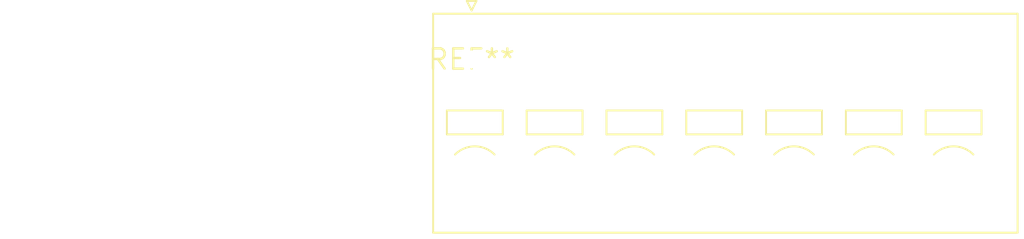
<source format=kicad_pcb>
(kicad_pcb (version 20240108) (generator pcbnew)
  (layers (0 "F.Cu" signal) (31 "B.Cu" signal) (34 "B.Paste" user) (35 "F.Paste" user) (36 "B.SilkS" user "B.Silkscreen") (37 "F.SilkS" user "F.Silkscreen") (38 "B.Mask" user) (39 "F.Mask" user) (44 "Edge.Cuts" user))
  (net 0 "")
  (footprint "PhoenixContact_SPT_2.5_7-V-5.0-EX_1x07_P5.0mm_Vertical" (layer "F.Cu") (at 0 0)
    (property "Reference" "REF**")
    (property "Value" "PhoenixContact_SPT_2.5_7-V-5.0-EX_1x07_P5.0mm_Vertical")
    (fp_line (start -2.41 -2.86) (end 34.21 -2.86) (layer "F.SilkS") (stroke (width 0.12)))
    (fp_line (start -2.41 10.86) (end -2.41 -2.86) (layer "F.SilkS") (stroke (width 0.12)))
    (fp_line (start -1.55 3.2) (end -1.55 4.7) (layer "F.SilkS") (stroke (width 0.12)))
    (fp_line (start -1.55 4.7) (end 1.95 4.7) (layer "F.SilkS") (stroke (width 0.12)))
    (fp_line (start -0.3 -3.66) (end 0 -3.06) (layer "F.SilkS") (stroke (width 0.12)))
    (fp_line (start -0.3 -3.66) (end 0.3 -3.66) (layer "F.SilkS") (stroke (width 0.12)))
    (fp_line (start 0.3 -3.66) (end 0 -3.06) (layer "F.SilkS") (stroke (width 0.12)))
    (fp_line (start 1.95 3.2) (end -1.55 3.2) (layer "F.SilkS") (stroke (width 0.12)))
    (fp_line (start 1.95 4.7) (end 1.95 3.2) (layer "F.SilkS") (stroke (width 0.12)))
    (fp_line (start 3.45 3.2) (end 3.45 4.7) (layer "F.SilkS") (stroke (width 0.12)))
    (fp_line (start 3.45 4.7) (end 6.95 4.7) (layer "F.SilkS") (stroke (width 0.12)))
    (fp_line (start 6.95 3.2) (end 3.45 3.2) (layer "F.SilkS") (stroke (width 0.12)))
    (fp_line (start 6.95 4.7) (end 6.95 3.2) (layer "F.SilkS") (stroke (width 0.12)))
    (fp_line (start 8.45 3.2) (end 8.45 4.7) (layer "F.SilkS") (stroke (width 0.12)))
    (fp_line (start 8.45 4.7) (end 11.95 4.7) (layer "F.SilkS") (stroke (width 0.12)))
    (fp_line (start 11.95 3.2) (end 8.45 3.2) (layer "F.SilkS") (stroke (width 0.12)))
    (fp_line (start 11.95 4.7) (end 11.95 3.2) (layer "F.SilkS") (stroke (width 0.12)))
    (fp_line (start 13.45 3.2) (end 13.45 4.7) (layer "F.SilkS") (stroke (width 0.12)))
    (fp_line (start 13.45 4.7) (end 16.95 4.7) (layer "F.SilkS") (stroke (width 0.12)))
    (fp_line (start 16.95 3.2) (end 13.45 3.2) (layer "F.SilkS") (stroke (width 0.12)))
    (fp_line (start 16.95 4.7) (end 16.95 3.2) (layer "F.SilkS") (stroke (width 0.12)))
    (fp_line (start 18.45 3.2) (end 18.45 4.7) (layer "F.SilkS") (stroke (width 0.12)))
    (fp_line (start 18.45 4.7) (end 21.95 4.7) (layer "F.SilkS") (stroke (width 0.12)))
    (fp_line (start 21.95 3.2) (end 18.45 3.2) (layer "F.SilkS") (stroke (width 0.12)))
    (fp_line (start 21.95 4.7) (end 21.95 3.2) (layer "F.SilkS") (stroke (width 0.12)))
    (fp_line (start 23.45 3.2) (end 23.45 4.7) (layer "F.SilkS") (stroke (width 0.12)))
    (fp_line (start 23.45 4.7) (end 26.95 4.7) (layer "F.SilkS") (stroke (width 0.12)))
    (fp_line (start 26.95 3.2) (end 23.45 3.2) (layer "F.SilkS") (stroke (width 0.12)))
    (fp_line (start 26.95 4.7) (end 26.95 3.2) (layer "F.SilkS") (stroke (width 0.12)))
    (fp_line (start 28.45 3.2) (end 28.45 4.7) (layer "F.SilkS") (stroke (width 0.12)))
    (fp_line (start 28.45 4.7) (end 31.95 4.7) (layer "F.SilkS") (stroke (width 0.12)))
    (fp_line (start 31.95 3.2) (end 28.45 3.2) (layer "F.SilkS") (stroke (width 0.12)))
    (fp_line (start 31.95 4.7) (end 31.95 3.2) (layer "F.SilkS") (stroke (width 0.12)))
    (fp_line (start 34.21 -2.86) (end 34.21 10.86) (layer "F.SilkS") (stroke (width 0.12)))
    (fp_line (start 34.21 10.86) (end -2.41 10.86) (layer "F.SilkS") (stroke (width 0.12)))
    (fp_arc (start -1.037437 5.962563) (mid 0.2 5.45) (end 1.437437 5.962563) (layer "F.SilkS") (stroke (width 0.12)))
    (fp_arc (start 3.962563 5.962563) (mid 5.2 5.45) (end 6.437437 5.962563) (layer "F.SilkS") (stroke (width 0.12)))
    (fp_arc (start 8.962563 5.962563) (mid 10.2 5.45) (end 11.437437 5.962563) (layer "F.SilkS") (stroke (width 0.12)))
    (fp_arc (start 13.962563 5.962563) (mid 15.2 5.45) (end 16.437437 5.962563) (layer "F.SilkS") (stroke (width 0.12)))
    (fp_arc (start 18.962563 5.962563) (mid 20.2 5.45) (end 21.437437 5.962563) (layer "F.SilkS") (stroke (width 0.12)))
    (fp_arc (start 23.962563 5.962563) (mid 25.2 5.45) (end 26.437437 5.962563) (layer "F.SilkS") (stroke (width 0.12)))
    (fp_arc (start 28.962563 5.962563) (mid 30.2 5.45) (end 31.437437 5.962563) (layer "F.SilkS") (stroke (width 0.12)))
    (pad "1" thru_hole roundrect (at 0 0) (size 1.8 3.3) (drill 1.1) (layers *.Cu *.Mask) (remove_unused_layers) (roundrect_rratio 0.138889))
    (pad "1" thru_hole roundrect (at 0 8.2) (size 1.8 3.3) (drill 1.1) (layers *.Cu *.Mask) (remove_unused_layers) (roundrect_rratio 0.138889))
    (pad "2" thru_hole oval (at 5 0) (size 1.8 3.3) (drill 1.1) (layers *.Cu *.Mask) (remove_unused_layers))
    (pad "2" thru_hole oval (at 5 8.2) (size 1.8 3.3) (drill 1.1) (layers *.Cu *.Mask) (remove_unused_layers))
    (pad "3" thru_hole oval (at 10 0) (size 1.8 3.3) (drill 1.1) (layers *.Cu *.Mask) (remove_unused_layers))
    (pad "3" thru_hole oval (at 10 8.2) (size 1.8 3.3) (drill 1.1) (layers *.Cu *.Mask) (remove_unused_layers))
    (pad "4" thru_hole oval (at 15 0) (size 1.8 3.3) (drill 1.1) (layers *.Cu *.Mask) (remove_unused_layers))
    (pad "4" thru_hole oval (at 15 8.2) (size 1.8 3.3) (drill 1.1) (layers *.Cu *.Mask) (remove_unused_layers))
    (pad "5" thru_hole oval (at 20 0) (size 1.8 3.3) (drill 1.1) (layers *.Cu *.Mask) (remove_unused_layers))
    (pad "5" thru_hole oval (at 20 8.2) (size 1.8 3.3) (drill 1.1) (layers *.Cu *.Mask) (remove_unused_layers))
    (pad "6" thru_hole oval (at 25 0) (size 1.8 3.3) (drill 1.1) (layers *.Cu *.Mask) (remove_unused_layers))
    (pad "6" thru_hole oval (at 25 8.2) (size 1.8 3.3) (drill 1.1) (layers *.Cu *.Mask) (remove_unused_layers))
    (pad "7" thru_hole oval (at 30 0) (size 1.8 3.3) (drill 1.1) (layers *.Cu *.Mask) (remove_unused_layers))
    (pad "7" thru_hole oval (at 30 8.2) (size 1.8 3.3) (drill 1.1) (layers *.Cu *.Mask) (remove_unused_layers))
  )
)
</source>
